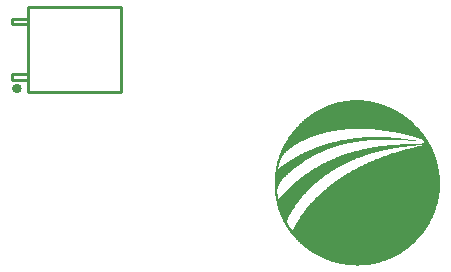
<source format=gbo>
G04 Layer: BottomSilkLayer*
G04 EasyEDA v6.3.22, 2020-04-01T11:54:54--7:00*
G04 ca9891681b394fd3aee58acbbe32b52a,95dd31e7bbc04d03a1fa04b442bf807f,10*
G04 Gerber Generator version 0.2*
G04 Scale: 100 percent, Rotated: No, Reflected: No *
G04 Dimensions in millimeters *
G04 leading zeros omitted , absolute positions ,3 integer and 3 decimal *
%FSLAX33Y33*%
%MOMM*%
G90*
G71D02*

%ADD10C,0.254000*%
%ADD41C,0.399999*%

%LPD*%

%LPD*%
G36*
G01X33300Y51849D02*
G01X33188Y51849D01*
G01X33075Y51847D01*
G01X33018Y51845D01*
G01X32963Y51843D01*
G01X32906Y51841D01*
G01X32850Y51838D01*
G01X32739Y51831D01*
G01X32571Y51816D01*
G01X32461Y51804D01*
G01X32405Y51797D01*
G01X32350Y51790D01*
G01X32240Y51774D01*
G01X32185Y51765D01*
G01X32131Y51756D01*
G01X32076Y51747D01*
G01X31966Y51727D01*
G01X31912Y51715D01*
G01X31804Y51693D01*
G01X31750Y51680D01*
G01X31642Y51655D01*
G01X31536Y51628D01*
G01X31429Y51598D01*
G01X31323Y51568D01*
G01X31218Y51535D01*
G01X31113Y51501D01*
G01X31009Y51465D01*
G01X30957Y51446D01*
G01X30906Y51427D01*
G01X30854Y51408D01*
G01X30752Y51368D01*
G01X30700Y51347D01*
G01X30650Y51326D01*
G01X30599Y51305D01*
G01X30549Y51283D01*
G01X30498Y51261D01*
G01X30449Y51238D01*
G01X30398Y51215D01*
G01X30348Y51192D01*
G01X30201Y51120D01*
G01X30152Y51095D01*
G01X30054Y51043D01*
G01X29958Y50991D01*
G01X29910Y50964D01*
G01X29815Y50909D01*
G01X29767Y50881D01*
G01X29721Y50853D01*
G01X29673Y50824D01*
G01X29627Y50795D01*
G01X29580Y50766D01*
G01X29488Y50706D01*
G01X29443Y50676D01*
G01X29397Y50645D01*
G01X29352Y50614D01*
G01X29217Y50518D01*
G01X29173Y50485D01*
G01X29129Y50453D01*
G01X29085Y50419D01*
G01X29042Y50385D01*
G01X28998Y50351D01*
G01X28956Y50317D01*
G01X28912Y50282D01*
G01X28870Y50248D01*
G01X28827Y50212D01*
G01X28786Y50177D01*
G01X28703Y50105D01*
G01X28661Y50068D01*
G01X28620Y50031D01*
G01X28580Y49994D01*
G01X28539Y49956D01*
G01X28499Y49918D01*
G01X28460Y49880D01*
G01X28420Y49841D01*
G01X28381Y49803D01*
G01X28342Y49764D01*
G01X28265Y49684D01*
G01X28189Y49604D01*
G01X28151Y49563D01*
G01X28114Y49522D01*
G01X28078Y49481D01*
G01X28041Y49440D01*
G01X27969Y49356D01*
G01X27898Y49270D01*
G01X27829Y49184D01*
G01X27794Y49140D01*
G01X27760Y49097D01*
G01X27693Y49008D01*
G01X27660Y48964D01*
G01X27595Y48873D01*
G01X27564Y48828D01*
G01X27532Y48782D01*
G01X27470Y48690D01*
G01X27409Y48596D01*
G01X27349Y48502D01*
G01X27320Y48455D01*
G01X27291Y48406D01*
G01X27263Y48359D01*
G01X27235Y48310D01*
G01X27207Y48262D01*
G01X27180Y48213D01*
G01X27126Y48114D01*
G01X27100Y48065D01*
G01X27074Y48015D01*
G01X27024Y47915D01*
G01X26999Y47864D01*
G01X26951Y47762D01*
G01X26928Y47711D01*
G01X26904Y47660D01*
G01X26882Y47608D01*
G01X26859Y47556D01*
G01X26816Y47452D01*
G01X26795Y47399D01*
G01X26774Y47347D01*
G01X26754Y47294D01*
G01X26734Y47240D01*
G01X26715Y47187D01*
G01X26677Y47079D01*
G01X26659Y47026D01*
G01X26641Y46971D01*
G01X26607Y46863D01*
G01X26575Y46753D01*
G01X26544Y46642D01*
G01X26529Y46587D01*
G01X26501Y46475D01*
G01X26488Y46419D01*
G01X26475Y46362D01*
G01X26451Y46249D01*
G01X26439Y46192D01*
G01X26428Y46135D01*
G01X26418Y46078D01*
G01X26407Y46021D01*
G01X26398Y45963D01*
G01X26388Y45905D01*
G01X26379Y45848D01*
G01X26371Y45790D01*
G01X26356Y45673D01*
G01X26343Y45556D01*
G01X26332Y45438D01*
G01X26323Y45319D01*
G01X26318Y45260D01*
G01X26312Y45141D01*
G01X26310Y45081D01*
G01X26308Y45023D01*
G01X26305Y44852D01*
G01X26305Y44738D01*
G01X26307Y44625D01*
G01X26309Y44569D01*
G01X26313Y44458D01*
G01X26319Y44346D01*
G01X26323Y44292D01*
G01X26327Y44236D01*
G01X26331Y44181D01*
G01X26336Y44127D01*
G01X26341Y44072D01*
G01X26346Y44018D01*
G01X26353Y43964D01*
G01X26366Y43856D01*
G01X26373Y43802D01*
G01X26388Y43696D01*
G01X26405Y43590D01*
G01X26414Y43537D01*
G01X26424Y43485D01*
G01X26434Y43432D01*
G01X26444Y43381D01*
G01X26465Y43277D01*
G01X26477Y43225D01*
G01X26489Y43174D01*
G01X26500Y43123D01*
G01X26526Y43022D01*
G01X26539Y42971D01*
G01X26553Y42920D01*
G01X26566Y42871D01*
G01X26581Y42821D01*
G01X26610Y42721D01*
G01X26625Y42672D01*
G01X26657Y42574D01*
G01X26673Y42526D01*
G01X26690Y42477D01*
G01X26724Y42380D01*
G01X26742Y42333D01*
G01X26760Y42285D01*
G01X26778Y42238D01*
G01X26797Y42190D01*
G01X26816Y42144D01*
G01X26835Y42096D01*
G01X26855Y42050D01*
G01X26875Y42003D01*
G01X26896Y41958D01*
G01X26916Y41912D01*
G01X26937Y41866D01*
G01X26958Y41821D01*
G01X26980Y41775D01*
G01X27046Y41640D01*
G01X27092Y41552D01*
G01X27116Y41508D01*
G01X27139Y41464D01*
G01X27164Y41421D01*
G01X27188Y41377D01*
G01X27213Y41334D01*
G01X27237Y41291D01*
G01X27263Y41249D01*
G01X27288Y41206D01*
G01X27366Y41080D01*
G01X27393Y41039D01*
G01X27447Y40956D01*
G01X27475Y40916D01*
G01X27503Y40875D01*
G01X27559Y40795D01*
G01X27588Y40755D01*
G01X27616Y40715D01*
G01X27705Y40598D01*
G01X27765Y40521D01*
G01X27795Y40483D01*
G01X27857Y40407D01*
G01X27888Y40370D01*
G01X27920Y40332D01*
G01X27952Y40296D01*
G01X28016Y40222D01*
G01X28081Y40150D01*
G01X28114Y40114D01*
G01X28180Y40044D01*
G01X28248Y39974D01*
G01X28316Y39905D01*
G01X28351Y39871D01*
G01X28421Y39804D01*
G01X28456Y39771D01*
G01X28527Y39705D01*
G01X28563Y39672D01*
G01X28599Y39640D01*
G01X28636Y39608D01*
G01X28709Y39545D01*
G01X28783Y39483D01*
G01X28858Y39422D01*
G01X28934Y39362D01*
G01X28972Y39333D01*
G01X29011Y39303D01*
G01X29088Y39246D01*
G01X29127Y39217D01*
G01X29205Y39161D01*
G01X29245Y39133D01*
G01X29285Y39106D01*
G01X29324Y39079D01*
G01X29364Y39052D01*
G01X29405Y39026D01*
G01X29445Y38999D01*
G01X29526Y38947D01*
G01X29609Y38897D01*
G01X29691Y38847D01*
G01X29774Y38799D01*
G01X29817Y38775D01*
G01X29901Y38728D01*
G01X29943Y38705D01*
G01X30071Y38638D01*
G01X30114Y38616D01*
G01X30201Y38573D01*
G01X30244Y38553D01*
G01X30287Y38532D01*
G01X30331Y38511D01*
G01X30375Y38492D01*
G01X30463Y38452D01*
G01X30507Y38433D01*
G01X30552Y38414D01*
G01X30596Y38396D01*
G01X30685Y38359D01*
G01X30730Y38342D01*
G01X30775Y38324D01*
G01X30820Y38307D01*
G01X30865Y38291D01*
G01X30911Y38274D01*
G01X30956Y38257D01*
G01X31002Y38242D01*
G01X31047Y38226D01*
G01X31185Y38181D01*
G01X31323Y38139D01*
G01X31370Y38125D01*
G01X31416Y38112D01*
G01X31462Y38100D01*
G01X31509Y38087D01*
G01X31555Y38075D01*
G01X31649Y38051D01*
G01X31743Y38029D01*
G01X31790Y38019D01*
G01X31837Y38008D01*
G01X31885Y37998D01*
G01X31932Y37988D01*
G01X31980Y37979D01*
G01X32027Y37970D01*
G01X32075Y37961D01*
G01X32122Y37953D01*
G01X32170Y37945D01*
G01X32217Y37937D01*
G01X32409Y37909D01*
G01X32505Y37897D01*
G01X32553Y37892D01*
G01X32650Y37882D01*
G01X32698Y37877D01*
G01X32746Y37873D01*
G01X32843Y37866D01*
G01X32891Y37862D01*
G01X32988Y37857D01*
G01X33037Y37855D01*
G01X33085Y37853D01*
G01X33183Y37851D01*
G01X33231Y37850D01*
G01X33280Y37849D01*
G01X33377Y37849D01*
G01X33426Y37850D01*
G01X33523Y37852D01*
G01X33572Y37853D01*
G01X33621Y37855D01*
G01X33767Y37863D01*
G01X33865Y37870D01*
G01X33962Y37878D01*
G01X34060Y37888D01*
G01X34157Y37899D01*
G01X34206Y37905D01*
G01X34303Y37918D01*
G01X34352Y37925D01*
G01X34450Y37941D01*
G01X34498Y37949D01*
G01X34595Y37966D01*
G01X34644Y37976D01*
G01X34692Y37985D01*
G01X34741Y37995D01*
G01X34789Y38006D01*
G01X34838Y38017D01*
G01X34934Y38039D01*
G01X34982Y38051D01*
G01X35031Y38063D01*
G01X35175Y38102D01*
G01X35223Y38116D01*
G01X35271Y38129D01*
G01X35463Y38189D01*
G01X35511Y38205D01*
G01X35558Y38221D01*
G01X35606Y38238D01*
G01X35653Y38255D01*
G01X35701Y38273D01*
G01X35748Y38291D01*
G01X35796Y38309D01*
G01X35843Y38327D01*
G01X35937Y38365D01*
G01X36031Y38405D01*
G01X36171Y38467D01*
G01X36218Y38489D01*
G01X36264Y38511D01*
G01X36311Y38533D01*
G01X36403Y38579D01*
G01X36450Y38603D01*
G01X36495Y38627D01*
G01X36541Y38651D01*
G01X36679Y38726D01*
G01X36724Y38752D01*
G01X36770Y38778D01*
G01X36905Y38859D01*
G01X36995Y38915D01*
G01X37084Y38973D01*
G01X37128Y39003D01*
G01X37217Y39063D01*
G01X37261Y39093D01*
G01X37304Y39124D01*
G01X37349Y39156D01*
G01X37392Y39188D01*
G01X37436Y39220D01*
G01X37522Y39286D01*
G01X37566Y39319D01*
G01X37608Y39353D01*
G01X37694Y39422D01*
G01X37778Y39492D01*
G01X37863Y39565D01*
G01X37947Y39639D01*
G01X37988Y39676D01*
G01X38071Y39753D01*
G01X38153Y39831D01*
G01X38193Y39870D01*
G01X38234Y39911D01*
G01X38314Y39992D01*
G01X38395Y40075D01*
G01X38474Y40160D01*
G01X38552Y40246D01*
G01X38590Y40290D01*
G01X38628Y40333D01*
G01X38739Y40465D01*
G01X38775Y40509D01*
G01X38810Y40553D01*
G01X38880Y40643D01*
G01X38914Y40687D01*
G01X38948Y40732D01*
G01X39014Y40823D01*
G01X39047Y40868D01*
G01X39111Y40960D01*
G01X39142Y41006D01*
G01X39173Y41051D01*
G01X39203Y41098D01*
G01X39233Y41144D01*
G01X39263Y41191D01*
G01X39321Y41284D01*
G01X39377Y41378D01*
G01X39431Y41472D01*
G01X39457Y41519D01*
G01X39484Y41567D01*
G01X39535Y41663D01*
G01X39559Y41710D01*
G01X39584Y41758D01*
G01X39608Y41806D01*
G01X39655Y41903D01*
G01X39677Y41951D01*
G01X39700Y42000D01*
G01X39722Y42048D01*
G01X39785Y42195D01*
G01X39825Y42293D01*
G01X39844Y42342D01*
G01X39864Y42391D01*
G01X39882Y42440D01*
G01X39900Y42490D01*
G01X39918Y42539D01*
G01X39935Y42589D01*
G01X39953Y42638D01*
G01X40001Y42788D01*
G01X40046Y42938D01*
G01X40074Y43038D01*
G01X40100Y43139D01*
G01X40124Y43239D01*
G01X40148Y43341D01*
G01X40158Y43391D01*
G01X40169Y43442D01*
G01X40179Y43492D01*
G01X40189Y43543D01*
G01X40207Y43644D01*
G01X40216Y43695D01*
G01X40232Y43797D01*
G01X40246Y43898D01*
G01X40252Y43949D01*
G01X40259Y44000D01*
G01X40265Y44051D01*
G01X40275Y44153D01*
G01X40279Y44204D01*
G01X40284Y44255D01*
G01X40291Y44357D01*
G01X40294Y44408D01*
G01X40299Y44509D01*
G01X40301Y44561D01*
G01X40303Y44612D01*
G01X40305Y44713D01*
G01X40305Y44866D01*
G01X40303Y44968D01*
G01X40300Y45069D01*
G01X40295Y45171D01*
G01X40288Y45272D01*
G01X40280Y45374D01*
G01X40276Y45424D01*
G01X40271Y45475D01*
G01X40266Y45525D01*
G01X40260Y45576D01*
G01X40254Y45626D01*
G01X40241Y45727D01*
G01X40227Y45827D01*
G01X40211Y45927D01*
G01X40175Y46127D01*
G01X40165Y46176D01*
G01X40154Y46226D01*
G01X40144Y46276D01*
G01X40133Y46325D01*
G01X40109Y46424D01*
G01X40085Y46522D01*
G01X40072Y46571D01*
G01X40045Y46669D01*
G01X40017Y46766D01*
G01X39987Y46864D01*
G01X39972Y46912D01*
G01X39956Y46961D01*
G01X39940Y47008D01*
G01X39924Y47057D01*
G01X39907Y47104D01*
G01X39890Y47153D01*
G01X39872Y47200D01*
G01X39855Y47248D01*
G01X39837Y47295D01*
G01X39780Y47437D01*
G01X39721Y47577D01*
G01X39679Y47671D01*
G01X39637Y47763D01*
G01X39593Y47855D01*
G01X39570Y47901D01*
G01X39547Y47946D01*
G01X39524Y47992D01*
G01X39501Y48037D01*
G01X39477Y48082D01*
G01X39452Y48127D01*
G01X39428Y48172D01*
G01X39403Y48216D01*
G01X39378Y48261D01*
G01X39326Y48349D01*
G01X39300Y48394D01*
G01X39273Y48437D01*
G01X39247Y48481D01*
G01X39219Y48524D01*
G01X39192Y48568D01*
G01X39136Y48654D01*
G01X39107Y48696D01*
G01X39078Y48739D01*
G01X39049Y48781D01*
G01X39019Y48823D01*
G01X38990Y48866D01*
G01X38960Y48907D01*
G01X38930Y48949D01*
G01X38868Y49031D01*
G01X38836Y49072D01*
G01X38740Y49194D01*
G01X38641Y49314D01*
G01X38608Y49353D01*
G01X38573Y49392D01*
G01X38504Y49471D01*
G01X38470Y49509D01*
G01X38434Y49547D01*
G01X38399Y49585D01*
G01X38291Y49699D01*
G01X38217Y49773D01*
G01X38142Y49846D01*
G01X38104Y49882D01*
G01X38065Y49918D01*
G01X37988Y49989D01*
G01X37910Y50059D01*
G01X37870Y50094D01*
G01X37830Y50128D01*
G01X37748Y50197D01*
G01X37708Y50230D01*
G01X37666Y50263D01*
G01X37625Y50297D01*
G01X37499Y50394D01*
G01X37455Y50426D01*
G01X37413Y50458D01*
G01X37325Y50520D01*
G01X37282Y50551D01*
G01X37237Y50582D01*
G01X37148Y50642D01*
G01X37058Y50700D01*
G01X36920Y50787D01*
G01X36826Y50843D01*
G01X36732Y50897D01*
G01X36684Y50924D01*
G01X36636Y50950D01*
G01X36588Y50977D01*
G01X36540Y51003D01*
G01X36491Y51028D01*
G01X36442Y51054D01*
G01X36393Y51078D01*
G01X36293Y51127D01*
G01X36243Y51151D01*
G01X36192Y51174D01*
G01X36142Y51198D01*
G01X36091Y51221D01*
G01X36040Y51243D01*
G01X35884Y51309D01*
G01X35832Y51330D01*
G01X35779Y51351D01*
G01X35673Y51391D01*
G01X35619Y51411D01*
G01X35566Y51430D01*
G01X35512Y51449D01*
G01X35403Y51486D01*
G01X35348Y51504D01*
G01X35293Y51521D01*
G01X35238Y51539D01*
G01X35183Y51555D01*
G01X35127Y51572D01*
G01X35014Y51603D01*
G01X34958Y51618D01*
G01X34901Y51633D01*
G01X34786Y51662D01*
G01X34728Y51675D01*
G01X34671Y51689D01*
G01X34613Y51701D01*
G01X34556Y51713D01*
G01X34441Y51736D01*
G01X34383Y51746D01*
G01X34327Y51757D01*
G01X34212Y51775D01*
G01X34154Y51783D01*
G01X34040Y51799D01*
G01X33983Y51805D01*
G01X33926Y51812D01*
G01X33812Y51823D01*
G01X33755Y51828D01*
G01X33698Y51832D01*
G01X33584Y51839D01*
G01X33527Y51842D01*
G01X33471Y51844D01*
G01X33357Y51848D01*
G01X33300Y51849D01*
G37*

%LPC*%
G36*
G01X38118Y47853D02*
G01X38950Y48048D01*
G01X38340Y48013D01*
G01X38297Y48011D01*
G01X38250Y48008D01*
G01X38201Y48003D01*
G01X38149Y47999D01*
G01X38095Y47995D01*
G01X38038Y47990D01*
G01X37980Y47985D01*
G01X37920Y47979D01*
G01X37796Y47967D01*
G01X37732Y47960D01*
G01X37667Y47954D01*
G01X37602Y47947D01*
G01X37536Y47939D01*
G01X37470Y47932D01*
G01X37404Y47924D01*
G01X37338Y47917D01*
G01X37273Y47908D01*
G01X37208Y47900D01*
G01X37082Y47884D01*
G01X36962Y47868D01*
G01X36904Y47860D01*
G01X36764Y47839D01*
G01X36694Y47829D01*
G01X36624Y47818D01*
G01X36555Y47806D01*
G01X36486Y47795D01*
G01X36416Y47784D01*
G01X36348Y47771D01*
G01X36210Y47747D01*
G01X36006Y47708D01*
G01X35803Y47667D01*
G01X35735Y47653D01*
G01X35668Y47638D01*
G01X35601Y47624D01*
G01X35402Y47578D01*
G01X35269Y47547D01*
G01X35204Y47531D01*
G01X35138Y47514D01*
G01X35073Y47498D01*
G01X35007Y47481D01*
G01X34877Y47446D01*
G01X34748Y47411D01*
G01X34620Y47375D01*
G01X34492Y47337D01*
G01X34429Y47318D01*
G01X34365Y47299D01*
G01X34239Y47259D01*
G01X34177Y47239D01*
G01X34052Y47199D01*
G01X33866Y47136D01*
G01X33804Y47114D01*
G01X33743Y47093D01*
G01X33682Y47071D01*
G01X33560Y47026D01*
G01X33500Y47004D01*
G01X33440Y46981D01*
G01X33379Y46957D01*
G01X33319Y46934D01*
G01X33260Y46911D01*
G01X33141Y46863D01*
G01X33023Y46814D01*
G01X32964Y46789D01*
G01X32906Y46764D01*
G01X32848Y46740D01*
G01X32789Y46714D01*
G01X32732Y46688D01*
G01X32674Y46662D01*
G01X32560Y46610D01*
G01X32502Y46584D01*
G01X32446Y46557D01*
G01X32389Y46530D01*
G01X32333Y46502D01*
G01X32277Y46475D01*
G01X32221Y46447D01*
G01X32166Y46420D01*
G01X32110Y46391D01*
G01X32055Y46363D01*
G01X31999Y46334D01*
G01X31945Y46306D01*
G01X31890Y46276D01*
G01X31782Y46218D01*
G01X31674Y46158D01*
G01X31621Y46128D01*
G01X31514Y46067D01*
G01X31462Y46036D01*
G01X31409Y46005D01*
G01X31357Y45974D01*
G01X31305Y45942D01*
G01X31253Y45911D01*
G01X31150Y45847D01*
G01X30946Y45715D01*
G01X30896Y45682D01*
G01X30796Y45615D01*
G01X30747Y45581D01*
G01X30697Y45547D01*
G01X30649Y45513D01*
G01X30599Y45478D01*
G01X30551Y45444D01*
G01X30502Y45409D01*
G01X30455Y45374D01*
G01X30406Y45338D01*
G01X30359Y45302D01*
G01X30311Y45266D01*
G01X30217Y45194D01*
G01X30171Y45158D01*
G01X30124Y45121D01*
G01X29986Y45010D01*
G01X29941Y44972D01*
G01X29895Y44935D01*
G01X29806Y44858D01*
G01X29761Y44820D01*
G01X29673Y44743D01*
G01X29629Y44704D01*
G01X29586Y44664D01*
G01X29542Y44625D01*
G01X29457Y44546D01*
G01X29414Y44505D01*
G01X29330Y44425D01*
G01X29164Y44261D01*
G01X29124Y44219D01*
G01X29084Y44178D01*
G01X29043Y44136D01*
G01X28964Y44052D01*
G01X28924Y44009D01*
G01X28846Y43924D01*
G01X28807Y43881D01*
G01X28769Y43837D01*
G01X28730Y43794D01*
G01X28655Y43706D01*
G01X28581Y43618D01*
G01X28507Y43528D01*
G01X28471Y43484D01*
G01X28399Y43393D01*
G01X28364Y43348D01*
G01X28224Y43164D01*
G01X28190Y43118D01*
G01X28156Y43071D01*
G01X28057Y42930D01*
G01X28024Y42882D01*
G01X27991Y42835D01*
G01X27927Y42739D01*
G01X27833Y42594D01*
G01X27802Y42546D01*
G01X27772Y42496D01*
G01X27741Y42447D01*
G01X27711Y42398D01*
G01X27681Y42348D01*
G01X27652Y42299D01*
G01X27600Y42209D01*
G01X27553Y42126D01*
G01X27511Y42050D01*
G01X27475Y41979D01*
G01X27444Y41913D01*
G01X27418Y41852D01*
G01X27397Y41795D01*
G01X27382Y41741D01*
G01X27371Y41691D01*
G01X27365Y41642D01*
G01X27365Y41595D01*
G01X27370Y41548D01*
G01X27379Y41503D01*
G01X27393Y41456D01*
G01X27413Y41410D01*
G01X27437Y41361D01*
G01X27466Y41311D01*
G01X27500Y41258D01*
G01X27538Y41201D01*
G01X27581Y41141D01*
G01X27816Y40820D01*
G01X28117Y41374D01*
G01X28192Y41509D01*
G01X28270Y41644D01*
G01X28297Y41689D01*
G01X28324Y41733D01*
G01X28351Y41778D01*
G01X28378Y41822D01*
G01X28434Y41911D01*
G01X28491Y41999D01*
G01X28549Y42086D01*
G01X28609Y42174D01*
G01X28699Y42303D01*
G01X28761Y42390D01*
G01X28793Y42432D01*
G01X28889Y42560D01*
G01X28921Y42602D01*
G01X28954Y42645D01*
G01X28988Y42687D01*
G01X29021Y42729D01*
G01X29055Y42771D01*
G01X29123Y42854D01*
G01X29157Y42896D01*
G01X29192Y42938D01*
G01X29262Y43020D01*
G01X29298Y43062D01*
G01X29334Y43102D01*
G01X29370Y43143D01*
G01X29443Y43225D01*
G01X29517Y43305D01*
G01X29555Y43346D01*
G01X29707Y43506D01*
G01X29746Y43546D01*
G01X29864Y43664D01*
G01X29944Y43742D01*
G01X30025Y43820D01*
G01X30066Y43859D01*
G01X30107Y43897D01*
G01X30149Y43935D01*
G01X30190Y43974D01*
G01X30274Y44050D01*
G01X30360Y44126D01*
G01X30402Y44163D01*
G01X30445Y44201D01*
G01X30489Y44238D01*
G01X30533Y44276D01*
G01X30621Y44350D01*
G01X30710Y44423D01*
G01X30755Y44460D01*
G01X30800Y44496D01*
G01X30845Y44533D01*
G01X30983Y44641D01*
G01X31030Y44677D01*
G01X31076Y44713D01*
G01X31123Y44748D01*
G01X31218Y44819D01*
G01X31313Y44889D01*
G01X31507Y45027D01*
G01X31556Y45062D01*
G01X31655Y45130D01*
G01X31705Y45164D01*
G01X31755Y45197D01*
G01X31805Y45231D01*
G01X31856Y45264D01*
G01X31906Y45297D01*
G01X31957Y45331D01*
G01X32009Y45364D01*
G01X32060Y45396D01*
G01X32112Y45429D01*
G01X32215Y45494D01*
G01X32268Y45526D01*
G01X32320Y45559D01*
G01X32373Y45590D01*
G01X32479Y45654D01*
G01X32533Y45686D01*
G01X32587Y45717D01*
G01X32694Y45779D01*
G01X32804Y45841D01*
G01X32913Y45902D01*
G01X32969Y45933D01*
G01X33024Y45963D01*
G01X33192Y46053D01*
G01X33304Y46112D01*
G01X33418Y46170D01*
G01X33590Y46257D01*
G01X33648Y46285D01*
G01X33707Y46313D01*
G01X33765Y46342D01*
G01X33823Y46370D01*
G01X33941Y46426D01*
G01X34000Y46453D01*
G01X34119Y46508D01*
G01X34299Y46589D01*
G01X34420Y46642D01*
G01X34481Y46668D01*
G01X34602Y46720D01*
G01X34725Y46772D01*
G01X34911Y46847D01*
G01X35036Y46897D01*
G01X35099Y46922D01*
G01X35225Y46971D01*
G01X35289Y46995D01*
G01X35352Y47019D01*
G01X35416Y47042D01*
G01X35544Y47090D01*
G01X35608Y47113D01*
G01X35738Y47159D01*
G01X35802Y47182D01*
G01X35867Y47204D01*
G01X35933Y47227D01*
G01X35998Y47249D01*
G01X36262Y47337D01*
G01X36395Y47380D01*
G01X36462Y47400D01*
G01X36663Y47463D01*
G01X37003Y47563D01*
G01X37208Y47621D01*
G01X37416Y47677D01*
G01X37555Y47714D01*
G01X37695Y47750D01*
G01X37765Y47767D01*
G01X37835Y47785D01*
G01X37977Y47820D01*
G01X38047Y47836D01*
G01X38118Y47853D01*
G37*
G36*
G01X33792Y49433D02*
G01X33626Y49433D01*
G01X33567Y49432D01*
G01X33507Y49431D01*
G01X33445Y49430D01*
G01X33382Y49428D01*
G01X33318Y49426D01*
G01X33253Y49424D01*
G01X33121Y49418D01*
G01X33053Y49415D01*
G01X32984Y49412D01*
G01X32915Y49408D01*
G01X32776Y49399D01*
G01X32706Y49395D01*
G01X32635Y49390D01*
G01X32565Y49385D01*
G01X32424Y49374D01*
G01X32353Y49367D01*
G01X32213Y49355D01*
G01X32075Y49342D01*
G01X32006Y49334D01*
G01X31938Y49327D01*
G01X31872Y49319D01*
G01X31806Y49312D01*
G01X31741Y49304D01*
G01X31677Y49296D01*
G01X31614Y49287D01*
G01X31553Y49279D01*
G01X31404Y49257D01*
G01X31329Y49245D01*
G01X31254Y49232D01*
G01X31180Y49219D01*
G01X31105Y49205D01*
G01X31031Y49191D01*
G01X30957Y49175D01*
G01X30883Y49160D01*
G01X30737Y49128D01*
G01X30663Y49110D01*
G01X30590Y49093D01*
G01X30517Y49075D01*
G01X30445Y49056D01*
G01X30372Y49037D01*
G01X30301Y49017D01*
G01X30157Y48977D01*
G01X30086Y48956D01*
G01X29945Y48912D01*
G01X29875Y48890D01*
G01X29805Y48867D01*
G01X29736Y48844D01*
G01X29668Y48820D01*
G01X29599Y48796D01*
G01X29531Y48772D01*
G01X29464Y48747D01*
G01X29396Y48721D01*
G01X29330Y48696D01*
G01X29198Y48644D01*
G01X29133Y48617D01*
G01X29069Y48590D01*
G01X29005Y48562D01*
G01X28879Y48506D01*
G01X28817Y48477D01*
G01X28755Y48449D01*
G01X28694Y48420D01*
G01X28634Y48391D01*
G01X28457Y48301D01*
G01X28286Y48208D01*
G01X28176Y48146D01*
G01X28122Y48114D01*
G01X28070Y48082D01*
G01X28017Y48050D01*
G01X27965Y48018D01*
G01X27865Y47952D01*
G01X27816Y47919D01*
G01X27768Y47886D01*
G01X27674Y47820D01*
G01X27629Y47786D01*
G01X27584Y47753D01*
G01X27541Y47718D01*
G01X27498Y47684D01*
G01X27456Y47650D01*
G01X27376Y47582D01*
G01X27338Y47547D01*
G01X27300Y47513D01*
G01X27263Y47478D01*
G01X27228Y47444D01*
G01X27160Y47374D01*
G01X27128Y47339D01*
G01X27097Y47304D01*
G01X27067Y47269D01*
G01X27038Y47234D01*
G01X27010Y47199D01*
G01X26983Y47164D01*
G01X26958Y47129D01*
G01X26934Y47094D01*
G01X26911Y47059D01*
G01X26889Y47024D01*
G01X26849Y46954D01*
G01X26815Y46884D01*
G01X26800Y46850D01*
G01X26785Y46815D01*
G01X26773Y46780D01*
G01X26761Y46746D01*
G01X26751Y46711D01*
G01X26716Y46581D01*
G01X26685Y46467D01*
G01X26659Y46369D01*
G01X26639Y46286D01*
G01X26623Y46218D01*
G01X26612Y46162D01*
G01X26607Y46120D01*
G01X26606Y46089D01*
G01X26611Y46069D01*
G01X26621Y46059D01*
G01X26637Y46059D01*
G01X26658Y46067D01*
G01X26685Y46082D01*
G01X26717Y46105D01*
G01X26755Y46134D01*
G01X26799Y46167D01*
G01X26889Y46237D01*
G01X27073Y46373D01*
G01X27120Y46406D01*
G01X27166Y46439D01*
G01X27260Y46505D01*
G01X27354Y46570D01*
G01X27402Y46602D01*
G01X27449Y46633D01*
G01X27497Y46665D01*
G01X27545Y46696D01*
G01X27642Y46758D01*
G01X27690Y46789D01*
G01X27788Y46850D01*
G01X27836Y46880D01*
G01X27935Y46939D01*
G01X27985Y46968D01*
G01X28034Y46997D01*
G01X28084Y47026D01*
G01X28184Y47082D01*
G01X28285Y47138D01*
G01X28336Y47166D01*
G01X28387Y47193D01*
G01X28437Y47221D01*
G01X28489Y47248D01*
G01X28591Y47300D01*
G01X28643Y47327D01*
G01X28694Y47353D01*
G01X28747Y47379D01*
G01X28903Y47454D01*
G01X28956Y47479D01*
G01X29008Y47504D01*
G01X29167Y47576D01*
G01X29327Y47646D01*
G01X29381Y47669D01*
G01X29489Y47713D01*
G01X29543Y47736D01*
G01X29652Y47779D01*
G01X29707Y47801D01*
G01X29761Y47822D01*
G01X29871Y47864D01*
G01X29926Y47884D01*
G01X29982Y47904D01*
G01X30092Y47944D01*
G01X30148Y47964D01*
G01X30372Y48040D01*
G01X30485Y48076D01*
G01X30542Y48094D01*
G01X30599Y48111D01*
G01X30656Y48129D01*
G01X30770Y48163D01*
G01X30827Y48179D01*
G01X30884Y48196D01*
G01X31000Y48228D01*
G01X31057Y48244D01*
G01X31231Y48289D01*
G01X31348Y48318D01*
G01X31407Y48333D01*
G01X31465Y48346D01*
G01X31583Y48374D01*
G01X31760Y48413D01*
G01X31938Y48449D01*
G01X32058Y48473D01*
G01X32298Y48517D01*
G01X32479Y48547D01*
G01X32540Y48556D01*
G01X32601Y48566D01*
G01X32662Y48575D01*
G01X32784Y48592D01*
G01X32845Y48600D01*
G01X32968Y48617D01*
G01X33029Y48624D01*
G01X33152Y48638D01*
G01X33214Y48646D01*
G01X33524Y48676D01*
G01X33586Y48681D01*
G01X33711Y48691D01*
G01X33774Y48696D01*
G01X33837Y48700D01*
G01X33963Y48709D01*
G01X34089Y48715D01*
G01X34152Y48719D01*
G01X34215Y48721D01*
G01X34342Y48726D01*
G01X34469Y48730D01*
G01X34532Y48732D01*
G01X34852Y48737D01*
G01X34980Y48737D01*
G01X35045Y48736D01*
G01X35109Y48735D01*
G01X35238Y48733D01*
G01X35367Y48730D01*
G01X35497Y48726D01*
G01X35627Y48721D01*
G01X35822Y48712D01*
G01X35952Y48704D01*
G01X36018Y48700D01*
G01X36149Y48691D01*
G01X36280Y48681D01*
G01X36411Y48669D01*
G01X36477Y48663D01*
G01X36542Y48657D01*
G01X36675Y48644D01*
G01X36807Y48630D01*
G01X36873Y48622D01*
G01X36939Y48615D01*
G01X37071Y48598D01*
G01X37204Y48581D01*
G01X37271Y48572D01*
G01X37338Y48562D01*
G01X37404Y48553D01*
G01X37471Y48543D01*
G01X37537Y48533D01*
G01X37604Y48523D01*
G01X37671Y48512D01*
G01X37737Y48501D01*
G01X37871Y48479D01*
G01X38005Y48455D01*
G01X38572Y48353D01*
G01X38081Y48397D01*
G01X38001Y48404D01*
G01X37923Y48410D01*
G01X37767Y48423D01*
G01X37689Y48429D01*
G01X37535Y48440D01*
G01X37381Y48450D01*
G01X37229Y48460D01*
G01X37153Y48464D01*
G01X37003Y48472D01*
G01X36853Y48478D01*
G01X36779Y48482D01*
G01X36631Y48488D01*
G01X36557Y48490D01*
G01X36338Y48496D01*
G01X36266Y48498D01*
G01X36193Y48499D01*
G01X36122Y48500D01*
G01X36050Y48501D01*
G01X35907Y48502D01*
G01X35766Y48502D01*
G01X35555Y48500D01*
G01X35486Y48499D01*
G01X35279Y48495D01*
G01X35141Y48491D01*
G01X35073Y48488D01*
G01X35006Y48485D01*
G01X34938Y48483D01*
G01X34871Y48479D01*
G01X34737Y48472D01*
G01X34670Y48468D01*
G01X34604Y48464D01*
G01X34537Y48460D01*
G01X34472Y48455D01*
G01X34406Y48451D01*
G01X34341Y48445D01*
G01X34275Y48440D01*
G01X34210Y48435D01*
G01X34081Y48423D01*
G01X34017Y48416D01*
G01X33889Y48403D01*
G01X33762Y48389D01*
G01X33636Y48374D01*
G01X33511Y48358D01*
G01X33449Y48349D01*
G01X33387Y48341D01*
G01X33325Y48332D01*
G01X33264Y48322D01*
G01X33202Y48313D01*
G01X33080Y48294D01*
G01X32960Y48273D01*
G01X32899Y48263D01*
G01X32779Y48240D01*
G01X32720Y48229D01*
G01X32660Y48217D01*
G01X32601Y48206D01*
G01X32542Y48193D01*
G01X32484Y48181D01*
G01X32367Y48156D01*
G01X32308Y48143D01*
G01X32250Y48129D01*
G01X32193Y48116D01*
G01X32135Y48102D01*
G01X32021Y48074D01*
G01X31907Y48044D01*
G01X31794Y48014D01*
G01X31682Y47982D01*
G01X31571Y47950D01*
G01X31515Y47933D01*
G01X31460Y47917D01*
G01X31351Y47882D01*
G01X31296Y47864D01*
G01X31242Y47846D01*
G01X31187Y47828D01*
G01X31079Y47792D01*
G01X31026Y47773D01*
G01X30919Y47734D01*
G01X30866Y47714D01*
G01X30760Y47675D01*
G01X30707Y47654D01*
G01X30602Y47613D01*
G01X30551Y47591D01*
G01X30498Y47570D01*
G01X30447Y47549D01*
G01X30395Y47527D01*
G01X30293Y47482D01*
G01X30241Y47459D01*
G01X30190Y47437D01*
G01X30140Y47413D01*
G01X30089Y47390D01*
G01X30039Y47366D01*
G01X29988Y47343D01*
G01X29938Y47318D01*
G01X29888Y47294D01*
G01X29838Y47269D01*
G01X29789Y47244D01*
G01X29739Y47219D01*
G01X29494Y47089D01*
G01X29446Y47062D01*
G01X29397Y47035D01*
G01X29349Y47007D01*
G01X29301Y46980D01*
G01X29205Y46924D01*
G01X29158Y46896D01*
G01X29110Y46867D01*
G01X29063Y46838D01*
G01X29015Y46809D01*
G01X28969Y46779D01*
G01X28921Y46750D01*
G01X28828Y46690D01*
G01X28782Y46659D01*
G01X28735Y46628D01*
G01X28597Y46535D01*
G01X28505Y46471D01*
G01X28414Y46406D01*
G01X28324Y46340D01*
G01X28278Y46306D01*
G01X28234Y46273D01*
G01X28144Y46205D01*
G01X28055Y46136D01*
G01X27966Y46065D01*
G01X27922Y46030D01*
G01X27878Y45994D01*
G01X27791Y45922D01*
G01X27747Y45885D01*
G01X27674Y45824D01*
G01X27604Y45763D01*
G01X27537Y45705D01*
G01X27472Y45647D01*
G01X27409Y45591D01*
G01X27349Y45537D01*
G01X27292Y45483D01*
G01X27236Y45430D01*
G01X27184Y45379D01*
G01X27133Y45328D01*
G01X27039Y45230D01*
G01X26996Y45182D01*
G01X26954Y45135D01*
G01X26915Y45089D01*
G01X26878Y45043D01*
G01X26843Y44998D01*
G01X26810Y44952D01*
G01X26779Y44908D01*
G01X26750Y44864D01*
G01X26723Y44820D01*
G01X26698Y44777D01*
G01X26675Y44734D01*
G01X26653Y44691D01*
G01X26634Y44648D01*
G01X26616Y44604D01*
G01X26600Y44561D01*
G01X26586Y44518D01*
G01X26573Y44474D01*
G01X26562Y44431D01*
G01X26553Y44387D01*
G01X26545Y44342D01*
G01X26539Y44298D01*
G01X26534Y44252D01*
G01X26531Y44206D01*
G01X26529Y44159D01*
G01X26529Y44112D01*
G01X26530Y44064D01*
G01X26532Y44016D01*
G01X26540Y43916D01*
G01X26547Y43864D01*
G01X26554Y43811D01*
G01X26562Y43758D01*
G01X26608Y43485D01*
G01X27525Y44398D01*
G01X27648Y44518D01*
G01X27771Y44635D01*
G01X27813Y44674D01*
G01X27897Y44751D01*
G01X28067Y44903D01*
G01X28153Y44977D01*
G01X28197Y45014D01*
G01X28240Y45051D01*
G01X28284Y45087D01*
G01X28328Y45124D01*
G01X28372Y45160D01*
G01X28460Y45231D01*
G01X28595Y45336D01*
G01X28640Y45372D01*
G01X28730Y45440D01*
G01X28822Y45508D01*
G01X28961Y45609D01*
G01X29007Y45642D01*
G01X29054Y45674D01*
G01X29101Y45707D01*
G01X29195Y45771D01*
G01X29339Y45867D01*
G01X29386Y45898D01*
G01X29435Y45929D01*
G01X29483Y45960D01*
G01X29532Y45991D01*
G01X29580Y46021D01*
G01X29630Y46051D01*
G01X29678Y46081D01*
G01X29728Y46111D01*
G01X29777Y46141D01*
G01X29927Y46228D01*
G01X30078Y46313D01*
G01X30179Y46369D01*
G01X30282Y46424D01*
G01X30385Y46478D01*
G01X30436Y46505D01*
G01X30489Y46531D01*
G01X30540Y46558D01*
G01X30645Y46610D01*
G01X30698Y46635D01*
G01X30751Y46661D01*
G01X30910Y46736D01*
G01X30964Y46760D01*
G01X31017Y46785D01*
G01X31072Y46809D01*
G01X31126Y46833D01*
G01X31180Y46856D01*
G01X31289Y46903D01*
G01X31398Y46949D01*
G01X31565Y47016D01*
G01X31676Y47060D01*
G01X31788Y47102D01*
G01X31844Y47124D01*
G01X31901Y47144D01*
G01X31958Y47165D01*
G01X32072Y47205D01*
G01X32244Y47265D01*
G01X32476Y47341D01*
G01X32534Y47359D01*
G01X32711Y47413D01*
G01X32889Y47465D01*
G01X32948Y47482D01*
G01X33068Y47515D01*
G01X33128Y47531D01*
G01X33189Y47547D01*
G01X33249Y47563D01*
G01X33310Y47579D01*
G01X33493Y47624D01*
G01X33616Y47653D01*
G01X33677Y47668D01*
G01X33739Y47681D01*
G01X33801Y47696D01*
G01X33864Y47709D01*
G01X33926Y47723D01*
G01X33989Y47736D01*
G01X34051Y47748D01*
G01X34177Y47774D01*
G01X34431Y47822D01*
G01X34559Y47844D01*
G01X34624Y47855D01*
G01X34753Y47876D01*
G01X34817Y47887D01*
G01X34882Y47897D01*
G01X34947Y47906D01*
G01X35078Y47926D01*
G01X35209Y47944D01*
G01X35475Y47978D01*
G01X35608Y47993D01*
G01X35675Y48000D01*
G01X35742Y48008D01*
G01X35809Y48015D01*
G01X35876Y48021D01*
G01X35945Y48028D01*
G01X36012Y48034D01*
G01X36080Y48041D01*
G01X36216Y48052D01*
G01X36423Y48067D01*
G01X36491Y48073D01*
G01X36560Y48077D01*
G01X36630Y48081D01*
G01X36769Y48089D01*
G01X36839Y48093D01*
G01X36909Y48096D01*
G01X37049Y48103D01*
G01X37261Y48110D01*
G01X37474Y48116D01*
G01X37546Y48117D01*
G01X37689Y48119D01*
G01X37761Y48120D01*
G01X37905Y48121D01*
G01X38032Y48121D01*
G01X38084Y48122D01*
G01X38135Y48123D01*
G01X38184Y48123D01*
G01X38232Y48125D01*
G01X38278Y48126D01*
G01X38323Y48128D01*
G01X38366Y48130D01*
G01X38408Y48133D01*
G01X38447Y48136D01*
G01X38486Y48138D01*
G01X38523Y48141D01*
G01X38559Y48145D01*
G01X38593Y48148D01*
G01X38625Y48152D01*
G01X38656Y48156D01*
G01X38686Y48161D01*
G01X38714Y48166D01*
G01X38741Y48170D01*
G01X38766Y48175D01*
G01X38790Y48180D01*
G01X38813Y48186D01*
G01X38834Y48191D01*
G01X38853Y48198D01*
G01X38872Y48204D01*
G01X38889Y48210D01*
G01X38905Y48216D01*
G01X38919Y48223D01*
G01X38932Y48230D01*
G01X38944Y48237D01*
G01X38954Y48244D01*
G01X38963Y48252D01*
G01X38971Y48260D01*
G01X38978Y48268D01*
G01X38983Y48275D01*
G01X38987Y48283D01*
G01X38990Y48292D01*
G01X38992Y48300D01*
G01X38992Y48309D01*
G01X38991Y48318D01*
G01X38989Y48327D01*
G01X38986Y48336D01*
G01X38976Y48354D01*
G01X38962Y48374D01*
G01X38952Y48383D01*
G01X38942Y48394D01*
G01X38931Y48404D01*
G01X38919Y48414D01*
G01X38891Y48434D01*
G01X38859Y48456D01*
G01X38841Y48466D01*
G01X38803Y48488D01*
G01X38782Y48499D01*
G01X38738Y48521D01*
G01X38714Y48532D01*
G01X38689Y48544D01*
G01X38663Y48555D01*
G01X38609Y48579D01*
G01X38581Y48590D01*
G01X38551Y48601D01*
G01X38521Y48613D01*
G01X38490Y48625D01*
G01X38391Y48661D01*
G01X38356Y48673D01*
G01X38284Y48697D01*
G01X38170Y48733D01*
G01X38130Y48745D01*
G01X38089Y48757D01*
G01X38048Y48770D01*
G01X38006Y48782D01*
G01X37963Y48793D01*
G01X37920Y48806D01*
G01X37875Y48818D01*
G01X37831Y48830D01*
G01X37739Y48854D01*
G01X37692Y48867D01*
G01X37644Y48879D01*
G01X37596Y48890D01*
G01X37546Y48903D01*
G01X37497Y48915D01*
G01X37395Y48939D01*
G01X37292Y48962D01*
G01X37186Y48986D01*
G01X37077Y49009D01*
G01X37022Y49020D01*
G01X36966Y49032D01*
G01X36910Y49043D01*
G01X36853Y49055D01*
G01X36796Y49066D01*
G01X36681Y49089D01*
G01X36622Y49100D01*
G01X36563Y49110D01*
G01X36383Y49143D01*
G01X36322Y49153D01*
G01X36261Y49164D01*
G01X36075Y49194D01*
G01X36012Y49204D01*
G01X35948Y49214D01*
G01X35821Y49233D01*
G01X35757Y49242D01*
G01X35692Y49252D01*
G01X35497Y49279D01*
G01X35431Y49288D01*
G01X35299Y49304D01*
G01X35232Y49313D01*
G01X35165Y49321D01*
G01X35099Y49328D01*
G01X35031Y49336D01*
G01X34964Y49344D01*
G01X34897Y49351D01*
G01X34828Y49358D01*
G01X34761Y49365D01*
G01X34693Y49372D01*
G01X34624Y49379D01*
G01X34556Y49385D01*
G01X34419Y49397D01*
G01X34350Y49403D01*
G01X34074Y49423D01*
G01X34032Y49426D01*
G01X33989Y49428D01*
G01X33943Y49430D01*
G01X33895Y49431D01*
G01X33844Y49432D01*
G01X33792Y49433D01*
G37*

%LPD*%
G54D10*
G01X5387Y53534D02*
G01X4087Y53534D01*
G01X4087Y54034D01*
G01X5387Y54034D01*
G01X5391Y58257D02*
G01X4091Y58257D01*
G01X4091Y58757D01*
G01X5391Y58757D01*
G01X13336Y52561D02*
G01X5387Y52561D01*
G01X5387Y59707D01*
G01X13336Y59707D01*
G01X13336Y52561D01*
G54D41*
G75*
G01X4487Y53036D02*
G02X4484Y53036I-1J-200D01*
G01*
M00*
M02*

</source>
